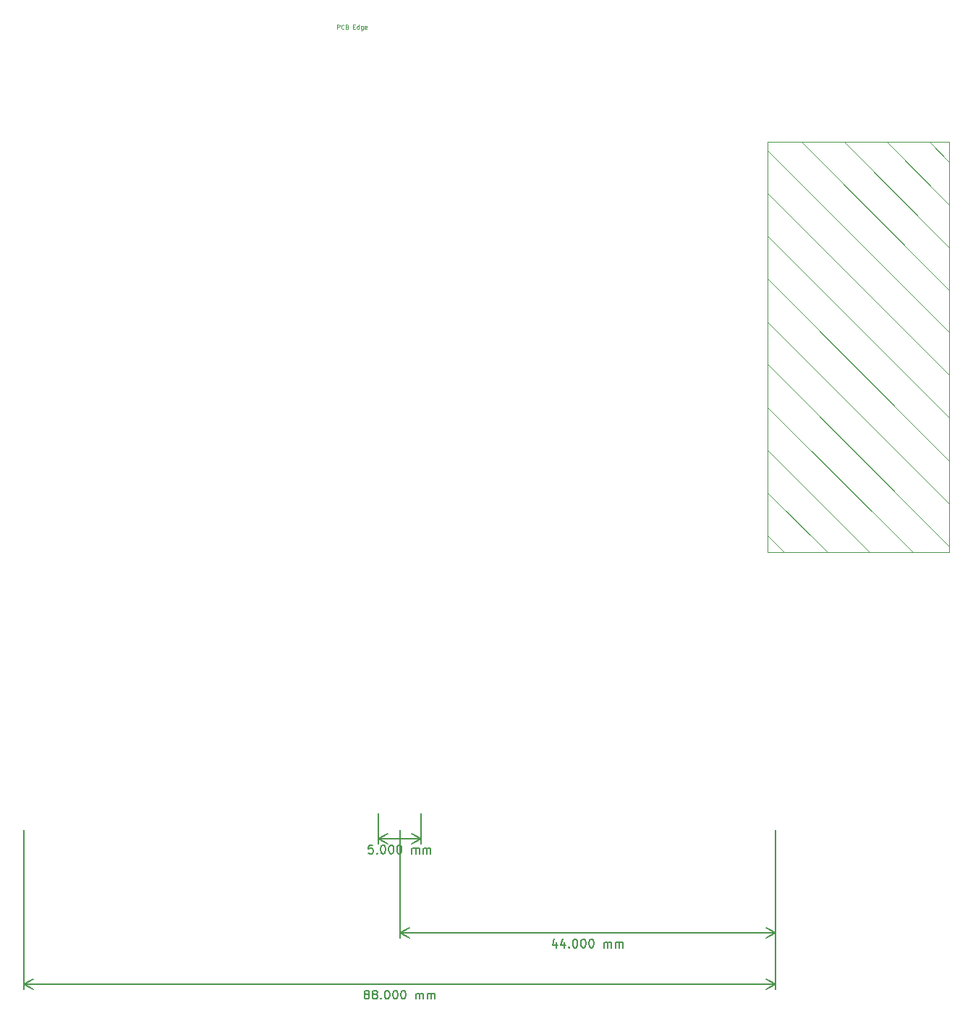
<source format=gbr>
%TF.GenerationSoftware,KiCad,Pcbnew,5.1.10*%
%TF.CreationDate,2021-11-25T21:59:15+00:00*%
%TF.ProjectId,ELE3044 - Tractor Tracker,454c4533-3034-4342-902d-205472616374,rev?*%
%TF.SameCoordinates,Original*%
%TF.FileFunction,OtherDrawing,Comment*%
%FSLAX46Y46*%
G04 Gerber Fmt 4.6, Leading zero omitted, Abs format (unit mm)*
G04 Created by KiCad (PCBNEW 5.1.10) date 2021-11-25 21:59:15*
%MOMM*%
%LPD*%
G01*
G04 APERTURE LIST*
%ADD10C,0.150000*%
%ADD11C,0.120000*%
%ADD12C,0.080000*%
G04 APERTURE END LIST*
D10*
X146857142Y-160752380D02*
X146380952Y-160752380D01*
X146333333Y-161228571D01*
X146380952Y-161180952D01*
X146476190Y-161133333D01*
X146714285Y-161133333D01*
X146809523Y-161180952D01*
X146857142Y-161228571D01*
X146904761Y-161323809D01*
X146904761Y-161561904D01*
X146857142Y-161657142D01*
X146809523Y-161704761D01*
X146714285Y-161752380D01*
X146476190Y-161752380D01*
X146380952Y-161704761D01*
X146333333Y-161657142D01*
X147333333Y-161657142D02*
X147380952Y-161704761D01*
X147333333Y-161752380D01*
X147285714Y-161704761D01*
X147333333Y-161657142D01*
X147333333Y-161752380D01*
X148000000Y-160752380D02*
X148095238Y-160752380D01*
X148190476Y-160800000D01*
X148238095Y-160847619D01*
X148285714Y-160942857D01*
X148333333Y-161133333D01*
X148333333Y-161371428D01*
X148285714Y-161561904D01*
X148238095Y-161657142D01*
X148190476Y-161704761D01*
X148095238Y-161752380D01*
X148000000Y-161752380D01*
X147904761Y-161704761D01*
X147857142Y-161657142D01*
X147809523Y-161561904D01*
X147761904Y-161371428D01*
X147761904Y-161133333D01*
X147809523Y-160942857D01*
X147857142Y-160847619D01*
X147904761Y-160800000D01*
X148000000Y-160752380D01*
X148952380Y-160752380D02*
X149047619Y-160752380D01*
X149142857Y-160800000D01*
X149190476Y-160847619D01*
X149238095Y-160942857D01*
X149285714Y-161133333D01*
X149285714Y-161371428D01*
X149238095Y-161561904D01*
X149190476Y-161657142D01*
X149142857Y-161704761D01*
X149047619Y-161752380D01*
X148952380Y-161752380D01*
X148857142Y-161704761D01*
X148809523Y-161657142D01*
X148761904Y-161561904D01*
X148714285Y-161371428D01*
X148714285Y-161133333D01*
X148761904Y-160942857D01*
X148809523Y-160847619D01*
X148857142Y-160800000D01*
X148952380Y-160752380D01*
X149904761Y-160752380D02*
X150000000Y-160752380D01*
X150095238Y-160800000D01*
X150142857Y-160847619D01*
X150190476Y-160942857D01*
X150238095Y-161133333D01*
X150238095Y-161371428D01*
X150190476Y-161561904D01*
X150142857Y-161657142D01*
X150095238Y-161704761D01*
X150000000Y-161752380D01*
X149904761Y-161752380D01*
X149809523Y-161704761D01*
X149761904Y-161657142D01*
X149714285Y-161561904D01*
X149666666Y-161371428D01*
X149666666Y-161133333D01*
X149714285Y-160942857D01*
X149761904Y-160847619D01*
X149809523Y-160800000D01*
X149904761Y-160752380D01*
X151428571Y-161752380D02*
X151428571Y-161085714D01*
X151428571Y-161180952D02*
X151476190Y-161133333D01*
X151571428Y-161085714D01*
X151714285Y-161085714D01*
X151809523Y-161133333D01*
X151857142Y-161228571D01*
X151857142Y-161752380D01*
X151857142Y-161228571D02*
X151904761Y-161133333D01*
X152000000Y-161085714D01*
X152142857Y-161085714D01*
X152238095Y-161133333D01*
X152285714Y-161228571D01*
X152285714Y-161752380D01*
X152761904Y-161752380D02*
X152761904Y-161085714D01*
X152761904Y-161180952D02*
X152809523Y-161133333D01*
X152904761Y-161085714D01*
X153047619Y-161085714D01*
X153142857Y-161133333D01*
X153190476Y-161228571D01*
X153190476Y-161752380D01*
X153190476Y-161228571D02*
X153238095Y-161133333D01*
X153333333Y-161085714D01*
X153476190Y-161085714D01*
X153571428Y-161133333D01*
X153619047Y-161228571D01*
X153619047Y-161752380D01*
X147500000Y-160000000D02*
X152500000Y-160000000D01*
X147500000Y-157000000D02*
X147500000Y-160586421D01*
X152500000Y-157000000D02*
X152500000Y-160586421D01*
X152500000Y-160000000D02*
X151373496Y-160586421D01*
X152500000Y-160000000D02*
X151373496Y-159413579D01*
X147500000Y-160000000D02*
X148626504Y-160586421D01*
X147500000Y-160000000D02*
X148626504Y-159413579D01*
X168333333Y-172085714D02*
X168333333Y-172752380D01*
X168095238Y-171704761D02*
X167857142Y-172419047D01*
X168476190Y-172419047D01*
X169285714Y-172085714D02*
X169285714Y-172752380D01*
X169047619Y-171704761D02*
X168809523Y-172419047D01*
X169428571Y-172419047D01*
X169809523Y-172657142D02*
X169857142Y-172704761D01*
X169809523Y-172752380D01*
X169761904Y-172704761D01*
X169809523Y-172657142D01*
X169809523Y-172752380D01*
X170476190Y-171752380D02*
X170571428Y-171752380D01*
X170666666Y-171800000D01*
X170714285Y-171847619D01*
X170761904Y-171942857D01*
X170809523Y-172133333D01*
X170809523Y-172371428D01*
X170761904Y-172561904D01*
X170714285Y-172657142D01*
X170666666Y-172704761D01*
X170571428Y-172752380D01*
X170476190Y-172752380D01*
X170380952Y-172704761D01*
X170333333Y-172657142D01*
X170285714Y-172561904D01*
X170238095Y-172371428D01*
X170238095Y-172133333D01*
X170285714Y-171942857D01*
X170333333Y-171847619D01*
X170380952Y-171800000D01*
X170476190Y-171752380D01*
X171428571Y-171752380D02*
X171523809Y-171752380D01*
X171619047Y-171800000D01*
X171666666Y-171847619D01*
X171714285Y-171942857D01*
X171761904Y-172133333D01*
X171761904Y-172371428D01*
X171714285Y-172561904D01*
X171666666Y-172657142D01*
X171619047Y-172704761D01*
X171523809Y-172752380D01*
X171428571Y-172752380D01*
X171333333Y-172704761D01*
X171285714Y-172657142D01*
X171238095Y-172561904D01*
X171190476Y-172371428D01*
X171190476Y-172133333D01*
X171238095Y-171942857D01*
X171285714Y-171847619D01*
X171333333Y-171800000D01*
X171428571Y-171752380D01*
X172380952Y-171752380D02*
X172476190Y-171752380D01*
X172571428Y-171800000D01*
X172619047Y-171847619D01*
X172666666Y-171942857D01*
X172714285Y-172133333D01*
X172714285Y-172371428D01*
X172666666Y-172561904D01*
X172619047Y-172657142D01*
X172571428Y-172704761D01*
X172476190Y-172752380D01*
X172380952Y-172752380D01*
X172285714Y-172704761D01*
X172238095Y-172657142D01*
X172190476Y-172561904D01*
X172142857Y-172371428D01*
X172142857Y-172133333D01*
X172190476Y-171942857D01*
X172238095Y-171847619D01*
X172285714Y-171800000D01*
X172380952Y-171752380D01*
X173904761Y-172752380D02*
X173904761Y-172085714D01*
X173904761Y-172180952D02*
X173952380Y-172133333D01*
X174047619Y-172085714D01*
X174190476Y-172085714D01*
X174285714Y-172133333D01*
X174333333Y-172228571D01*
X174333333Y-172752380D01*
X174333333Y-172228571D02*
X174380952Y-172133333D01*
X174476190Y-172085714D01*
X174619047Y-172085714D01*
X174714285Y-172133333D01*
X174761904Y-172228571D01*
X174761904Y-172752380D01*
X175238095Y-172752380D02*
X175238095Y-172085714D01*
X175238095Y-172180952D02*
X175285714Y-172133333D01*
X175380952Y-172085714D01*
X175523809Y-172085714D01*
X175619047Y-172133333D01*
X175666666Y-172228571D01*
X175666666Y-172752380D01*
X175666666Y-172228571D02*
X175714285Y-172133333D01*
X175809523Y-172085714D01*
X175952380Y-172085714D01*
X176047619Y-172133333D01*
X176095238Y-172228571D01*
X176095238Y-172752380D01*
X194000000Y-171000000D02*
X150000000Y-171000000D01*
X194000000Y-159000000D02*
X194000000Y-171586421D01*
X150000000Y-159000000D02*
X150000000Y-171586421D01*
X150000000Y-171000000D02*
X151126504Y-170413579D01*
X150000000Y-171000000D02*
X151126504Y-171586421D01*
X194000000Y-171000000D02*
X192873496Y-170413579D01*
X194000000Y-171000000D02*
X192873496Y-171586421D01*
X146047619Y-178180952D02*
X145952380Y-178133333D01*
X145904761Y-178085714D01*
X145857142Y-177990476D01*
X145857142Y-177942857D01*
X145904761Y-177847619D01*
X145952380Y-177800000D01*
X146047619Y-177752380D01*
X146238095Y-177752380D01*
X146333333Y-177800000D01*
X146380952Y-177847619D01*
X146428571Y-177942857D01*
X146428571Y-177990476D01*
X146380952Y-178085714D01*
X146333333Y-178133333D01*
X146238095Y-178180952D01*
X146047619Y-178180952D01*
X145952380Y-178228571D01*
X145904761Y-178276190D01*
X145857142Y-178371428D01*
X145857142Y-178561904D01*
X145904761Y-178657142D01*
X145952380Y-178704761D01*
X146047619Y-178752380D01*
X146238095Y-178752380D01*
X146333333Y-178704761D01*
X146380952Y-178657142D01*
X146428571Y-178561904D01*
X146428571Y-178371428D01*
X146380952Y-178276190D01*
X146333333Y-178228571D01*
X146238095Y-178180952D01*
X147000000Y-178180952D02*
X146904761Y-178133333D01*
X146857142Y-178085714D01*
X146809523Y-177990476D01*
X146809523Y-177942857D01*
X146857142Y-177847619D01*
X146904761Y-177800000D01*
X147000000Y-177752380D01*
X147190476Y-177752380D01*
X147285714Y-177800000D01*
X147333333Y-177847619D01*
X147380952Y-177942857D01*
X147380952Y-177990476D01*
X147333333Y-178085714D01*
X147285714Y-178133333D01*
X147190476Y-178180952D01*
X147000000Y-178180952D01*
X146904761Y-178228571D01*
X146857142Y-178276190D01*
X146809523Y-178371428D01*
X146809523Y-178561904D01*
X146857142Y-178657142D01*
X146904761Y-178704761D01*
X147000000Y-178752380D01*
X147190476Y-178752380D01*
X147285714Y-178704761D01*
X147333333Y-178657142D01*
X147380952Y-178561904D01*
X147380952Y-178371428D01*
X147333333Y-178276190D01*
X147285714Y-178228571D01*
X147190476Y-178180952D01*
X147809523Y-178657142D02*
X147857142Y-178704761D01*
X147809523Y-178752380D01*
X147761904Y-178704761D01*
X147809523Y-178657142D01*
X147809523Y-178752380D01*
X148476190Y-177752380D02*
X148571428Y-177752380D01*
X148666666Y-177800000D01*
X148714285Y-177847619D01*
X148761904Y-177942857D01*
X148809523Y-178133333D01*
X148809523Y-178371428D01*
X148761904Y-178561904D01*
X148714285Y-178657142D01*
X148666666Y-178704761D01*
X148571428Y-178752380D01*
X148476190Y-178752380D01*
X148380952Y-178704761D01*
X148333333Y-178657142D01*
X148285714Y-178561904D01*
X148238095Y-178371428D01*
X148238095Y-178133333D01*
X148285714Y-177942857D01*
X148333333Y-177847619D01*
X148380952Y-177800000D01*
X148476190Y-177752380D01*
X149428571Y-177752380D02*
X149523809Y-177752380D01*
X149619047Y-177800000D01*
X149666666Y-177847619D01*
X149714285Y-177942857D01*
X149761904Y-178133333D01*
X149761904Y-178371428D01*
X149714285Y-178561904D01*
X149666666Y-178657142D01*
X149619047Y-178704761D01*
X149523809Y-178752380D01*
X149428571Y-178752380D01*
X149333333Y-178704761D01*
X149285714Y-178657142D01*
X149238095Y-178561904D01*
X149190476Y-178371428D01*
X149190476Y-178133333D01*
X149238095Y-177942857D01*
X149285714Y-177847619D01*
X149333333Y-177800000D01*
X149428571Y-177752380D01*
X150380952Y-177752380D02*
X150476190Y-177752380D01*
X150571428Y-177800000D01*
X150619047Y-177847619D01*
X150666666Y-177942857D01*
X150714285Y-178133333D01*
X150714285Y-178371428D01*
X150666666Y-178561904D01*
X150619047Y-178657142D01*
X150571428Y-178704761D01*
X150476190Y-178752380D01*
X150380952Y-178752380D01*
X150285714Y-178704761D01*
X150238095Y-178657142D01*
X150190476Y-178561904D01*
X150142857Y-178371428D01*
X150142857Y-178133333D01*
X150190476Y-177942857D01*
X150238095Y-177847619D01*
X150285714Y-177800000D01*
X150380952Y-177752380D01*
X151904761Y-178752380D02*
X151904761Y-178085714D01*
X151904761Y-178180952D02*
X151952380Y-178133333D01*
X152047619Y-178085714D01*
X152190476Y-178085714D01*
X152285714Y-178133333D01*
X152333333Y-178228571D01*
X152333333Y-178752380D01*
X152333333Y-178228571D02*
X152380952Y-178133333D01*
X152476190Y-178085714D01*
X152619047Y-178085714D01*
X152714285Y-178133333D01*
X152761904Y-178228571D01*
X152761904Y-178752380D01*
X153238095Y-178752380D02*
X153238095Y-178085714D01*
X153238095Y-178180952D02*
X153285714Y-178133333D01*
X153380952Y-178085714D01*
X153523809Y-178085714D01*
X153619047Y-178133333D01*
X153666666Y-178228571D01*
X153666666Y-178752380D01*
X153666666Y-178228571D02*
X153714285Y-178133333D01*
X153809523Y-178085714D01*
X153952380Y-178085714D01*
X154047619Y-178133333D01*
X154095238Y-178228571D01*
X154095238Y-178752380D01*
X194000000Y-177000000D02*
X106000000Y-177000000D01*
X194000000Y-159000000D02*
X194000000Y-177586421D01*
X106000000Y-159000000D02*
X106000000Y-177586421D01*
X106000000Y-177000000D02*
X107126504Y-176413579D01*
X106000000Y-177000000D02*
X107126504Y-177586421D01*
X194000000Y-177000000D02*
X192873496Y-176413579D01*
X194000000Y-177000000D02*
X192873496Y-177586421D01*
D11*
%TO.C,U4*%
X193023000Y-78500000D02*
X193023000Y-126500000D01*
X214323000Y-78500000D02*
X214323000Y-126500000D01*
X214323000Y-126500000D02*
X193023000Y-126500000D01*
X214323000Y-78500000D02*
X193023000Y-78500000D01*
X195030000Y-126500000D02*
X193030000Y-124500000D01*
X200040000Y-126500000D02*
X193030000Y-119500000D01*
X205020000Y-126500000D02*
X193030000Y-114500000D01*
X210040000Y-126500000D02*
X193030000Y-109510000D01*
X214320000Y-125780000D02*
X193030000Y-104500000D01*
X214320000Y-120810000D02*
X193030000Y-99550000D01*
X214320000Y-115780000D02*
X193030000Y-94510000D01*
X214320000Y-110760000D02*
X193020000Y-89490000D01*
X214320000Y-105770000D02*
X193030000Y-84500000D01*
X214320000Y-100770000D02*
X193030000Y-79500000D01*
X214320000Y-95800000D02*
X197010000Y-78500000D01*
X214320000Y-90810000D02*
X202010000Y-78500000D01*
X214320000Y-85810000D02*
X207000000Y-78500000D01*
X214320000Y-80810000D02*
X212020000Y-78510000D01*
%TD*%
%TO.C,J2*%
D12*
X142685714Y-65276190D02*
X142685714Y-64776190D01*
X142876190Y-64776190D01*
X142923809Y-64800000D01*
X142947619Y-64823809D01*
X142971428Y-64871428D01*
X142971428Y-64942857D01*
X142947619Y-64990476D01*
X142923809Y-65014285D01*
X142876190Y-65038095D01*
X142685714Y-65038095D01*
X143471428Y-65228571D02*
X143447619Y-65252380D01*
X143376190Y-65276190D01*
X143328571Y-65276190D01*
X143257142Y-65252380D01*
X143209523Y-65204761D01*
X143185714Y-65157142D01*
X143161904Y-65061904D01*
X143161904Y-64990476D01*
X143185714Y-64895238D01*
X143209523Y-64847619D01*
X143257142Y-64800000D01*
X143328571Y-64776190D01*
X143376190Y-64776190D01*
X143447619Y-64800000D01*
X143471428Y-64823809D01*
X143852380Y-65014285D02*
X143923809Y-65038095D01*
X143947619Y-65061904D01*
X143971428Y-65109523D01*
X143971428Y-65180952D01*
X143947619Y-65228571D01*
X143923809Y-65252380D01*
X143876190Y-65276190D01*
X143685714Y-65276190D01*
X143685714Y-64776190D01*
X143852380Y-64776190D01*
X143900000Y-64800000D01*
X143923809Y-64823809D01*
X143947619Y-64871428D01*
X143947619Y-64919047D01*
X143923809Y-64966666D01*
X143900000Y-64990476D01*
X143852380Y-65014285D01*
X143685714Y-65014285D01*
X144566666Y-65014285D02*
X144733333Y-65014285D01*
X144804761Y-65276190D02*
X144566666Y-65276190D01*
X144566666Y-64776190D01*
X144804761Y-64776190D01*
X145233333Y-65276190D02*
X145233333Y-64776190D01*
X145233333Y-65252380D02*
X145185714Y-65276190D01*
X145090476Y-65276190D01*
X145042857Y-65252380D01*
X145019047Y-65228571D01*
X144995238Y-65180952D01*
X144995238Y-65038095D01*
X145019047Y-64990476D01*
X145042857Y-64966666D01*
X145090476Y-64942857D01*
X145185714Y-64942857D01*
X145233333Y-64966666D01*
X145685714Y-64942857D02*
X145685714Y-65347619D01*
X145661904Y-65395238D01*
X145638095Y-65419047D01*
X145590476Y-65442857D01*
X145519047Y-65442857D01*
X145471428Y-65419047D01*
X145685714Y-65252380D02*
X145638095Y-65276190D01*
X145542857Y-65276190D01*
X145495238Y-65252380D01*
X145471428Y-65228571D01*
X145447619Y-65180952D01*
X145447619Y-65038095D01*
X145471428Y-64990476D01*
X145495238Y-64966666D01*
X145542857Y-64942857D01*
X145638095Y-64942857D01*
X145685714Y-64966666D01*
X146114285Y-65252380D02*
X146066666Y-65276190D01*
X145971428Y-65276190D01*
X145923809Y-65252380D01*
X145900000Y-65204761D01*
X145900000Y-65014285D01*
X145923809Y-64966666D01*
X145971428Y-64942857D01*
X146066666Y-64942857D01*
X146114285Y-64966666D01*
X146138095Y-65014285D01*
X146138095Y-65061904D01*
X145900000Y-65109523D01*
%TD*%
M02*

</source>
